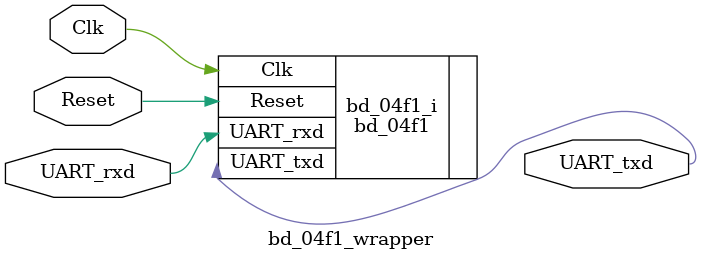
<source format=v>
`timescale 1 ps / 1 ps

module bd_04f1_wrapper
   (Clk,
    Reset,
    UART_rxd,
    UART_txd);
  input Clk;
  input Reset;
  input UART_rxd;
  output UART_txd;

  wire Clk;
  wire Reset;
  wire UART_rxd;
  wire UART_txd;

  bd_04f1 bd_04f1_i
       (.Clk(Clk),
        .Reset(Reset),
        .UART_rxd(UART_rxd),
        .UART_txd(UART_txd));
endmodule

</source>
